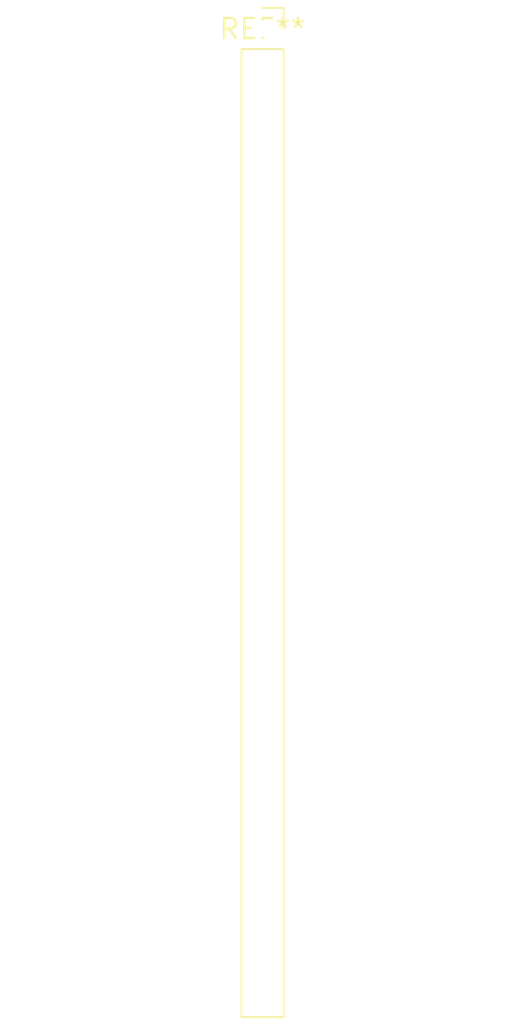
<source format=kicad_pcb>
(kicad_pcb (version 20240108) (generator pcbnew)
  (layers (0 "F.Cu" signal) (31 "B.Cu" signal) (34 "B.Paste" user) (35 "F.Paste" user) (36 "B.SilkS" user "B.Silkscreen") (37 "F.SilkS" user "F.Silkscreen") (38 "B.Mask" user) (39 "F.Mask" user) (44 "Edge.Cuts" user))
  (net 0 "")
  (footprint "PinSocket_1x25_P2.54mm_Vertical" (layer "F.Cu") (at 0 0)
    (property "Reference" "REF**")
    (property "Value" "PinSocket_1x25_P2.54mm_Vertical")
    (fp_line (start -1.33 1.27) (end -1.33 62.29) (layer "F.SilkS") (stroke (width 0.12)))
    (fp_line (start -1.33 1.27) (end 1.33 1.27) (layer "F.SilkS") (stroke (width 0.12)))
    (fp_line (start -1.33 62.29) (end 1.33 62.29) (layer "F.SilkS") (stroke (width 0.12)))
    (fp_line (start 0 -1.33) (end 1.33 -1.33) (layer "F.SilkS") (stroke (width 0.12)))
    (fp_line (start 1.33 -1.33) (end 1.33 0) (layer "F.SilkS") (stroke (width 0.12)))
    (fp_line (start 1.33 1.27) (end 1.33 62.29) (layer "F.SilkS") (stroke (width 0.12)))
    (pad "1" thru_hole rect (at 0 0) (size 1.7 1.7) (drill 1) (layers *.Cu *.Mask) (remove_unused_layers))
    (pad "2" thru_hole oval (at 0 2.54) (size 1.7 1.7) (drill 1) (layers *.Cu *.Mask) (remove_unused_layers))
    (pad "3" thru_hole oval (at 0 5.08) (size 1.7 1.7) (drill 1) (layers *.Cu *.Mask) (remove_unused_layers))
    (pad "4" thru_hole oval (at 0 7.62) (size 1.7 1.7) (drill 1) (layers *.Cu *.Mask) (remove_unused_layers))
    (pad "5" thru_hole oval (at 0 10.16) (size 1.7 1.7) (drill 1) (layers *.Cu *.Mask) (remove_unused_layers))
    (pad "6" thru_hole oval (at 0 12.7) (size 1.7 1.7) (drill 1) (layers *.Cu *.Mask) (remove_unused_layers))
    (pad "7" thru_hole oval (at 0 15.24) (size 1.7 1.7) (drill 1) (layers *.Cu *.Mask) (remove_unused_layers))
    (pad "8" thru_hole oval (at 0 17.78) (size 1.7 1.7) (drill 1) (layers *.Cu *.Mask) (remove_unused_layers))
    (pad "9" thru_hole oval (at 0 20.32) (size 1.7 1.7) (drill 1) (layers *.Cu *.Mask) (remove_unused_layers))
    (pad "10" thru_hole oval (at 0 22.86) (size 1.7 1.7) (drill 1) (layers *.Cu *.Mask) (remove_unused_layers))
    (pad "11" thru_hole oval (at 0 25.4) (size 1.7 1.7) (drill 1) (layers *.Cu *.Mask) (remove_unused_layers))
    (pad "12" thru_hole oval (at 0 27.94) (size 1.7 1.7) (drill 1) (layers *.Cu *.Mask) (remove_unused_layers))
    (pad "13" thru_hole oval (at 0 30.48) (size 1.7 1.7) (drill 1) (layers *.Cu *.Mask) (remove_unused_layers))
    (pad "14" thru_hole oval (at 0 33.02) (size 1.7 1.7) (drill 1) (layers *.Cu *.Mask) (remove_unused_layers))
    (pad "15" thru_hole oval (at 0 35.56) (size 1.7 1.7) (drill 1) (layers *.Cu *.Mask) (remove_unused_layers))
    (pad "16" thru_hole oval (at 0 38.1) (size 1.7 1.7) (drill 1) (layers *.Cu *.Mask) (remove_unused_layers))
    (pad "17" thru_hole oval (at 0 40.64) (size 1.7 1.7) (drill 1) (layers *.Cu *.Mask) (remove_unused_layers))
    (pad "18" thru_hole oval (at 0 43.18) (size 1.7 1.7) (drill 1) (layers *.Cu *.Mask) (remove_unused_layers))
    (pad "19" thru_hole oval (at 0 45.72) (size 1.7 1.7) (drill 1) (layers *.Cu *.Mask) (remove_unused_layers))
    (pad "20" thru_hole oval (at 0 48.26) (size 1.7 1.7) (drill 1) (layers *.Cu *.Mask) (remove_unused_layers))
    (pad "21" thru_hole oval (at 0 50.8) (size 1.7 1.7) (drill 1) (layers *.Cu *.Mask) (remove_unused_layers))
    (pad "22" thru_hole oval (at 0 53.34) (size 1.7 1.7) (drill 1) (layers *.Cu *.Mask) (remove_unused_layers))
    (pad "23" thru_hole oval (at 0 55.88) (size 1.7 1.7) (drill 1) (layers *.Cu *.Mask) (remove_unused_layers))
    (pad "24" thru_hole oval (at 0 58.42) (size 1.7 1.7) (drill 1) (layers *.Cu *.Mask) (remove_unused_layers))
    (pad "25" thru_hole oval (at 0 60.96) (size 1.7 1.7) (drill 1) (layers *.Cu *.Mask) (remove_unused_layers))
  )
)
</source>
